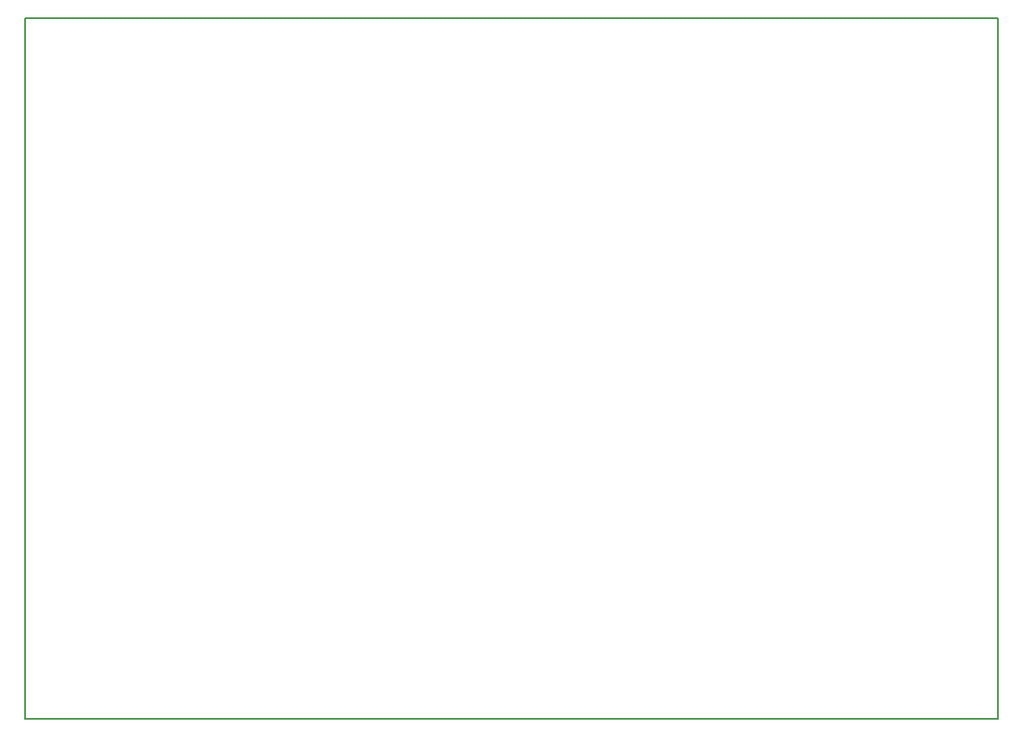
<source format=gm1>
G04 #@! TF.FileFunction,Profile,NP*
%FSLAX46Y46*%
G04 Gerber Fmt 4.6, Leading zero omitted, Abs format (unit mm)*
G04 Created by KiCad (PCBNEW 4.0.2-stable) date 2016-07-18 1:59:09 PM*
%MOMM*%
G01*
G04 APERTURE LIST*
%ADD10C,0.050000*%
%ADD11C,0.150000*%
G04 APERTURE END LIST*
D10*
D11*
X93980000Y-99060000D02*
X93980000Y-30480000D01*
X189230000Y-99060000D02*
X93980000Y-99060000D01*
X189230000Y-30480000D02*
X189230000Y-99060000D01*
X93980000Y-30480000D02*
X189230000Y-30480000D01*
M02*

</source>
